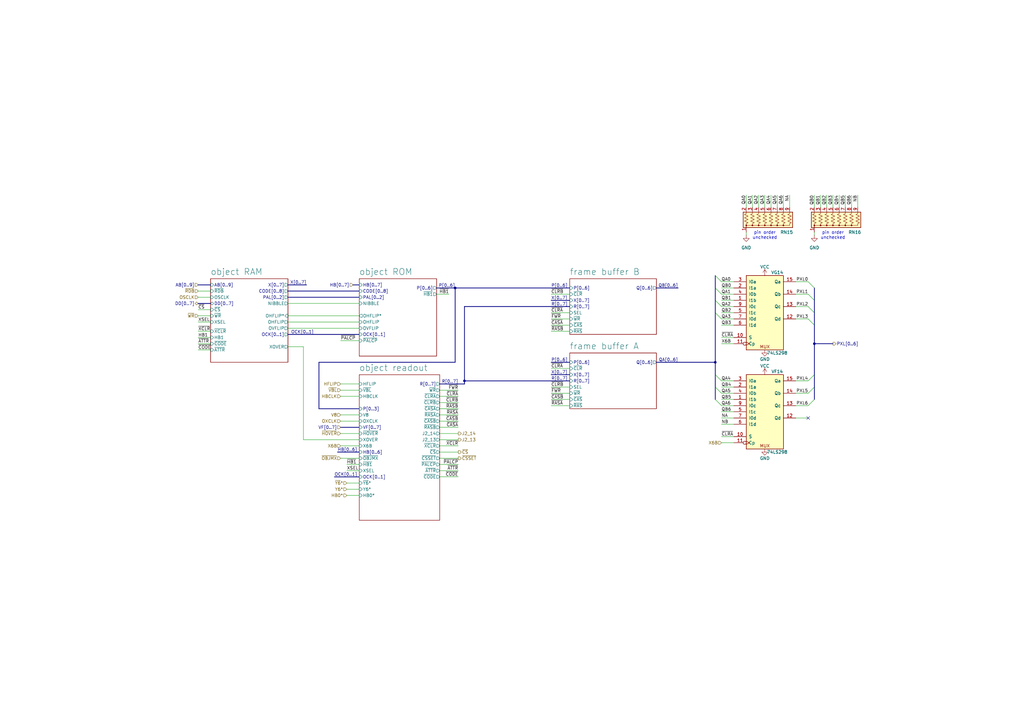
<source format=kicad_sch>
(kicad_sch (version 20231120) (generator "eeschema") (generator_version "8.0")
  (paper "A3")
  (title_block (title "Object Subsystem") (date "2024-10-12") (company "JOTEGO") (comment 1 "Jose Tejada"))
  (lib_symbols
    (symbol "Device:R_Network08_US" (pin_names (offset 0) hide)
      (property "Reference" "RN" (at -12.7 0 90))
      (property "Value" "R_Network08_US" (at 10.16 0 90))
      (symbol "R_Network08_US_0_1"
        (rectangle (start -11.43 -3.175) (end 8.89 3.175) (stroke (width 0.254)) (fill (type background)))
        (circle (center -10.16 2.286) (radius 0.254) (fill (type outline)))
        (circle (center -7.62 2.286) (radius 0.254) (fill (type outline)))
        (circle (center -5.08 2.286) (radius 0.254) (fill (type outline)))
        (circle (center -2.54 2.286) (radius 0.254) (fill (type outline)))
        (polyline (pts (xy -10.16 2.286) (xy 7.62 2.286)))
        (polyline (pts (xy -10.16 2.286) (xy -10.16 1.524) (xy -9.398 1.1684) (xy -10.922 0.508) (xy -9.398 -0.1524) (xy -10.922 -0.8382) (xy -9.398 -1.524) (xy -10.922 -2.1844) (xy -10.16 -2.54) (xy -10.16 -3.81)))
        (polyline (pts (xy -7.62 2.286) (xy -7.62 1.524) (xy -6.858 1.1684) (xy -8.382 0.508) (xy -6.858 -0.1524) (xy -8.382 -0.8382) (xy -6.858 -1.524) (xy -8.382 -2.1844) (xy -7.62 -2.54) (xy -7.62 -3.81)))
        (polyline (pts (xy -5.08 2.286) (xy -5.08 1.524) (xy -4.318 1.1684) (xy -5.842 0.508) (xy -4.318 -0.1524) (xy -5.842 -0.8382) (xy -4.318 -1.524) (xy -5.842 -2.1844) (xy -5.08 -2.54) (xy -5.08 -3.81)))
        (polyline (pts (xy -2.54 2.286) (xy -2.54 1.524) (xy -1.778 1.1684) (xy -3.302 0.508) (xy -1.778 -0.1524) (xy -3.302 -0.8382) (xy -1.778 -1.524) (xy -3.302 -2.1844) (xy -2.54 -2.54) (xy -2.54 -3.81)))
        (polyline (pts (xy 0 2.286) (xy 0 1.524) (xy 0.762 1.1684) (xy -0.762 0.508) (xy 0.762 -0.1524) (xy -0.762 -0.8382) (xy 0.762 -1.524) (xy -0.762 -2.1844) (xy 0 -2.54) (xy 0 -3.81)))
        (polyline (pts (xy 2.54 2.286) (xy 2.54 1.524) (xy 3.302 1.1684) (xy 1.778 0.508) (xy 3.302 -0.1524) (xy 1.778 -0.8382) (xy 3.302 -1.524) (xy 1.778 -2.1844) (xy 2.54 -2.54) (xy 2.54 -3.81)))
        (polyline (pts (xy 5.08 2.286) (xy 5.08 1.524) (xy 5.842 1.1684) (xy 4.318 0.508) (xy 5.842 -0.1524) (xy 4.318 -0.8382) (xy 5.842 -1.524) (xy 4.318 -2.1844) (xy 5.08 -2.54) (xy 5.08 -3.81)))
        (polyline (pts (xy 7.62 2.286) (xy 7.62 1.524) (xy 8.382 1.1684) (xy 6.858 0.508) (xy 8.382 -0.1524) (xy 6.858 -0.8382) (xy 8.382 -1.524) (xy 6.858 -2.1844) (xy 7.62 -2.54) (xy 7.62 -3.81)))
        (circle (center 0 2.286) (radius 0.254) (fill (type outline)))
        (circle (center 2.54 2.286) (radius 0.254) (fill (type outline)))
        (circle (center 5.08 2.286) (radius 0.254) (fill (type outline)))
      )
      (symbol "R_Network08_US_1_1"
        (pin passive line (at -10.16 5.08 270) (length 2.54) (name "common") (number "1"))
        (pin passive line (at -10.16 -5.08 90) (length 1.27) (name "R1") (number "2"))
        (pin passive line (at -7.62 -5.08 90) (length 1.27) (name "R2") (number "3"))
        (pin passive line (at -5.08 -5.08 90) (length 1.27) (name "R3") (number "4"))
        (pin passive line (at -2.54 -5.08 90) (length 1.27) (name "R4") (number "5"))
        (pin passive line (at 0 -5.08 90) (length 1.27) (name "R5") (number "6"))
        (pin passive line (at 2.54 -5.08 90) (length 1.27) (name "R6") (number "7"))
        (pin passive line (at 5.08 -5.08 90) (length 1.27) (name "R7") (number "8"))
        (pin passive line (at 7.62 -5.08 90) (length 1.27) (name "R8") (number "9"))
      )
    )
    (symbol "jt74:74LS298" (pin_names (offset 1.016))
      (property "Reference" "U" (at -7.62 16.51 0))
      (property "Value" "74LS298" (at -7.62 -16.51 0))
      (symbol "74LS298_1_0"
        (pin input line (at -12.7 5.08 0) (length 5.08) (name "I1b") (number "1"))
        (pin input line (at -12.7 -10.16 0) (length 5.08) (name "S") (number "10"))
        (pin input inverted_clock (at -12.7 -12.7 0) (length 5.08) (name "Cp") (number "11"))
        (pin output line (at 12.7 -2.54 180) (length 5.08) (name "Qd") (number "12"))
        (pin output line (at 12.7 2.54 180) (length 5.08) (name "Qc") (number "13"))
        (pin output line (at 12.7 7.62 180) (length 5.08) (name "Qb") (number "14"))
        (pin output line (at 12.7 12.7 180) (length 5.08) (name "Qa") (number "15"))
        (pin power_in line (at 0 15.24 270) (length 5.08) hide (name "VCC") (number "16"))
        (pin input line (at -12.7 10.16 0) (length 5.08) (name "I1a") (number "2"))
        (pin input line (at -12.7 12.7 0) (length 5.08) (name "I0a") (number "3"))
        (pin input line (at -12.7 7.62 0) (length 5.08) (name "I0b") (number "4"))
        (pin input line (at -12.7 0 0) (length 5.08) (name "I1c") (number "5"))
        (pin input line (at -12.7 -5.08 0) (length 5.08) (name "I1d") (number "6"))
        (pin input line (at -12.7 -2.54 0) (length 5.08) (name "I0d") (number "7"))
        (pin power_in line (at 0 -15.24 90) (length 5.08) hide (name "VSS") (number "8"))
        (pin input line (at -12.7 2.54 0) (length 5.08) (name "I0c") (number "9"))
      )
      (symbol "74LS298_1_1"
        (rectangle (start -7.62 15.24) (end 7.62 -15.24) (stroke (width 0.254)) (fill (type background)))
        (text "MUX" (at 0 -13.97 0) (effects (font (size 1.27 1.27))))
      )
    )
    (symbol "power:GND" (power) (pin_numbers hide) (pin_names (offset 0) hide)
      (property "Value" "GND" (at 0 -3.81 0))
      (symbol "GND_0_1"
        (polyline (pts (xy 0 0) (xy 0 -1.27) (xy 1.27 -1.27) (xy 0 -2.54) (xy -1.27 -1.27) (xy 0 -1.27)))
      )
      (symbol "GND_1_1"
        (pin power_in line (at 0 0 270) (length 0) (name "~") (number "1"))
      )
    )
    (symbol "power:VCC" (power) (pin_numbers hide) (pin_names (offset 0) hide)
      (property "Value" "VCC" (at 0 3.556 0))
      (symbol "VCC_0_1"
        (polyline (pts (xy -0.762 1.27) (xy 0 2.54)))
        (polyline (pts (xy 0 0) (xy 0 2.54)))
        (polyline (pts (xy 0 2.54) (xy 0.762 1.27)))
      )
      (symbol "VCC_1_1"
        (pin power_in line (at 0 0 90) (length 0) (name "~") (number "1"))
      )
    )
  )
  (junction (at 293.37 148.59))
  (junction (at 334.01 140.97))
  (junction (at 190.5 156.21))
  (junction (at 186.69 118.11))
  (no_connect (at 331.47 171.45))
  (bus_entry (at 293.37 128.27) (size 2.54 2.54))
  (bus_entry (at 293.37 113.03) (size 2.54 2.54))
  (bus_entry (at 293.37 153.67) (size 2.54 2.54))
  (bus_entry (at 331.47 115.57) (size 2.54 2.54))
  (bus_entry (at 293.37 158.75) (size 2.54 2.54))
  (bus_entry (at 331.47 120.65) (size 2.54 2.54))
  (bus_entry (at 331.47 125.73) (size 2.54 2.54))
  (bus_entry (at 331.47 161.29) (size 2.54 -2.54))
  (bus_entry (at 331.47 130.81) (size 2.54 2.54))
  (bus_entry (at 331.47 156.21) (size 2.54 -2.54))
  (bus_entry (at 331.47 166.37) (size 2.54 -2.54))
  (bus_entry (at 293.37 123.19) (size 2.54 2.54))
  (bus_entry (at 293.37 118.11) (size 2.54 2.54))
  (bus_entry (at 293.37 163.83) (size 2.54 2.54))
  (wire (pts (xy 180.34 175.26) (xy 187.96 175.26)))
  (wire (pts (xy 142.24 193.04) (xy 147.32 193.04)))
  (wire (pts (xy 86.36 143.51) (xy 81.28 143.51)))
  (wire (pts (xy 142.24 190.5) (xy 147.32 190.5)))
  (wire (pts (xy 142.24 203.2) (xy 147.32 203.2)))
  (wire (pts (xy 184.15 120.65) (xy 179.07 120.65)))
  (wire (pts (xy 339.09 80.01) (xy 339.09 85.09)))
  (bus (pts (xy 118.11 119.38) (xy 147.32 119.38)))
  (wire (pts (xy 295.91 173.99) (xy 300.99 173.99)))
  (bus (pts (xy 147.32 185.42) (xy 138.43 185.42)))
  (wire (pts (xy 124.46 180.34) (xy 147.32 180.34)))
  (bus (pts (xy 334.01 158.75) (xy 334.01 163.83)))
  (bus (pts (xy 118.11 137.16) (xy 147.32 137.16)))
  (bus (pts (xy 179.07 118.11) (xy 186.69 118.11)))
  (wire (pts (xy 226.06 133.35) (xy 233.68 133.35)))
  (bus (pts (xy 334.01 118.11) (xy 334.01 123.19)))
  (bus (pts (xy 190.5 125.73) (xy 233.68 125.73)))
  (wire (pts (xy 306.07 95.25) (xy 306.07 96.52)))
  (bus (pts (xy 186.69 118.11) (xy 186.69 148.59)))
  (wire (pts (xy 180.34 172.72) (xy 187.96 172.72)))
  (bus (pts (xy 190.5 156.21) (xy 190.5 157.48)))
  (wire (pts (xy 295.91 140.97) (xy 300.99 140.97)))
  (bus (pts (xy 130.81 148.59) (xy 130.81 167.64)))
  (wire (pts (xy 81.28 132.08) (xy 86.36 132.08)))
  (wire (pts (xy 326.39 120.65) (xy 331.47 120.65)))
  (wire (pts (xy 295.91 133.35) (xy 300.99 133.35)))
  (wire (pts (xy 180.34 180.34) (xy 187.96 180.34)))
  (wire (pts (xy 81.28 135.89) (xy 86.36 135.89)))
  (bus (pts (xy 269.24 118.11) (xy 278.13 118.11)))
  (wire (pts (xy 142.24 198.12) (xy 147.32 198.12)))
  (bus (pts (xy 81.28 116.84) (xy 86.36 116.84)))
  (wire (pts (xy 316.23 80.01) (xy 316.23 85.09)))
  (bus (pts (xy 144.78 116.84) (xy 147.32 116.84)))
  (wire (pts (xy 341.63 80.01) (xy 341.63 85.09)))
  (wire (pts (xy 118.11 129.54) (xy 147.32 129.54)))
  (wire (pts (xy 295.91 138.43) (xy 300.99 138.43)))
  (bus (pts (xy 226.06 123.19) (xy 233.68 123.19)))
  (wire (pts (xy 139.7 187.96) (xy 147.32 187.96)))
  (wire (pts (xy 180.34 162.56) (xy 187.96 162.56)))
  (wire (pts (xy 334.01 80.01) (xy 334.01 85.09)))
  (wire (pts (xy 86.36 140.97) (xy 81.28 140.97)))
  (wire (pts (xy 147.32 139.7) (xy 139.7 139.7)))
  (wire (pts (xy 295.91 179.07) (xy 300.99 179.07)))
  (wire (pts (xy 226.06 161.29) (xy 233.68 161.29)))
  (wire (pts (xy 139.7 157.48) (xy 147.32 157.48)))
  (wire (pts (xy 180.34 195.58) (xy 187.96 195.58)))
  (wire (pts (xy 295.91 156.21) (xy 300.99 156.21)))
  (wire (pts (xy 313.69 80.01) (xy 313.69 85.09)))
  (bus (pts (xy 334.01 123.19) (xy 334.01 128.27)))
  (wire (pts (xy 326.39 171.45) (xy 331.47 171.45)))
  (wire (pts (xy 295.91 120.65) (xy 300.99 120.65)))
  (wire (pts (xy 311.15 80.01) (xy 311.15 85.09)))
  (wire (pts (xy 295.91 123.19) (xy 300.99 123.19)))
  (bus (pts (xy 293.37 148.59) (xy 293.37 153.67)))
  (bus (pts (xy 293.37 153.67) (xy 293.37 158.75)))
  (wire (pts (xy 295.91 118.11) (xy 300.99 118.11)))
  (wire (pts (xy 226.06 130.81) (xy 233.68 130.81)))
  (bus (pts (xy 130.81 167.64) (xy 147.32 167.64)))
  (wire (pts (xy 180.34 190.5) (xy 187.96 190.5)))
  (wire (pts (xy 118.11 134.62) (xy 147.32 134.62)))
  (bus (pts (xy 334.01 140.97) (xy 334.01 153.67)))
  (wire (pts (xy 139.7 160.02) (xy 147.32 160.02)))
  (bus (pts (xy 293.37 128.27) (xy 293.37 148.59)))
  (wire (pts (xy 318.77 80.01) (xy 318.77 85.09)))
  (wire (pts (xy 334.01 95.25) (xy 334.01 96.52)))
  (wire (pts (xy 295.91 130.81) (xy 300.99 130.81)))
  (wire (pts (xy 139.7 162.56) (xy 147.32 162.56)))
  (bus (pts (xy 139.7 175.26) (xy 147.32 175.26)))
  (wire (pts (xy 81.28 129.54) (xy 86.36 129.54)))
  (wire (pts (xy 142.24 200.66) (xy 147.32 200.66)))
  (wire (pts (xy 295.91 128.27) (xy 300.99 128.27)))
  (bus (pts (xy 293.37 158.75) (xy 293.37 163.83)))
  (bus (pts (xy 269.24 148.59) (xy 293.37 148.59)))
  (bus (pts (xy 334.01 153.67) (xy 334.01 158.75)))
  (wire (pts (xy 306.07 80.01) (xy 306.07 85.09)))
  (wire (pts (xy 295.91 158.75) (xy 300.99 158.75)))
  (wire (pts (xy 344.17 80.01) (xy 344.17 85.09)))
  (wire (pts (xy 180.34 170.18) (xy 187.96 170.18)))
  (wire (pts (xy 180.34 193.04) (xy 187.96 193.04)))
  (wire (pts (xy 295.91 161.29) (xy 300.99 161.29)))
  (wire (pts (xy 81.28 138.43) (xy 86.36 138.43)))
  (bus (pts (xy 81.28 124.46) (xy 86.36 124.46)))
  (wire (pts (xy 336.55 80.01) (xy 336.55 85.09)))
  (wire (pts (xy 326.39 156.21) (xy 331.47 156.21)))
  (wire (pts (xy 351.79 80.01) (xy 351.79 85.09)))
  (bus (pts (xy 137.16 195.58) (xy 147.32 195.58)))
  (wire (pts (xy 233.68 158.75) (xy 226.06 158.75)))
  (bus (pts (xy 190.5 125.73) (xy 190.5 156.21)))
  (wire (pts (xy 226.06 135.89) (xy 233.68 135.89)))
  (wire (pts (xy 346.71 80.01) (xy 346.71 85.09)))
  (wire (pts (xy 226.06 163.83) (xy 233.68 163.83)))
  (wire (pts (xy 326.39 125.73) (xy 331.47 125.73)))
  (wire (pts (xy 124.46 142.24) (xy 124.46 180.34)))
  (wire (pts (xy 295.91 181.61) (xy 300.99 181.61)))
  (bus (pts (xy 293.37 118.11) (xy 293.37 123.19)))
  (wire (pts (xy 308.61 80.01) (xy 308.61 85.09)))
  (bus (pts (xy 293.37 113.03) (xy 293.37 118.11)))
  (bus (pts (xy 334.01 140.97) (xy 341.63 140.97)))
  (wire (pts (xy 349.25 80.01) (xy 349.25 85.09)))
  (wire (pts (xy 180.34 165.1) (xy 187.96 165.1)))
  (bus (pts (xy 226.06 153.67) (xy 233.68 153.67)))
  (wire (pts (xy 118.11 142.24) (xy 124.46 142.24)))
  (bus (pts (xy 186.69 148.59) (xy 130.81 148.59)))
  (bus (pts (xy 226.06 148.59) (xy 233.68 148.59)))
  (wire (pts (xy 180.34 187.96) (xy 187.96 187.96)))
  (wire (pts (xy 226.06 166.37) (xy 233.68 166.37)))
  (wire (pts (xy 118.11 132.08) (xy 147.32 132.08)))
  (wire (pts (xy 118.11 124.46) (xy 147.32 124.46)))
  (wire (pts (xy 321.31 80.01) (xy 321.31 85.09)))
  (wire (pts (xy 233.68 151.13) (xy 226.06 151.13)))
  (wire (pts (xy 233.68 120.65) (xy 226.06 120.65)))
  (bus (pts (xy 334.01 133.35) (xy 334.01 140.97)))
  (wire (pts (xy 139.7 170.18) (xy 147.32 170.18)))
  (wire (pts (xy 326.39 166.37) (xy 331.47 166.37)))
  (wire (pts (xy 326.39 130.81) (xy 331.47 130.81)))
  (bus (pts (xy 293.37 123.19) (xy 293.37 128.27)))
  (wire (pts (xy 180.34 160.02) (xy 187.96 160.02)))
  (wire (pts (xy 226.06 128.27) (xy 233.68 128.27)))
  (wire (pts (xy 180.34 177.8) (xy 187.96 177.8)))
  (wire (pts (xy 139.7 172.72) (xy 147.32 172.72)))
  (wire (pts (xy 295.91 171.45) (xy 300.99 171.45)))
  (wire (pts (xy 180.34 185.42) (xy 187.96 185.42)))
  (wire (pts (xy 139.7 177.8) (xy 147.32 177.8)))
  (bus (pts (xy 118.11 116.84) (xy 125.73 116.84)))
  (wire (pts (xy 295.91 168.91) (xy 300.99 168.91)))
  (bus (pts (xy 186.69 118.11) (xy 233.68 118.11)))
  (wire (pts (xy 81.28 119.38) (xy 86.36 119.38)))
  (wire (pts (xy 295.91 163.83) (xy 300.99 163.83)))
  (wire (pts (xy 81.28 127) (xy 86.36 127)))
  (wire (pts (xy 180.34 182.88) (xy 187.96 182.88)))
  (wire (pts (xy 295.91 125.73) (xy 300.99 125.73)))
  (wire (pts (xy 295.91 115.57) (xy 300.99 115.57)))
  (bus (pts (xy 180.34 157.48) (xy 190.5 157.48)))
  (bus (pts (xy 190.5 156.21) (xy 233.68 156.21)))
  (wire (pts (xy 295.91 166.37) (xy 300.99 166.37)))
  (wire (pts (xy 323.85 80.01) (xy 323.85 85.09)))
  (bus (pts (xy 118.11 121.92) (xy 147.32 121.92)))
  (bus (pts (xy 334.01 128.27) (xy 334.01 133.35)))
  (wire (pts (xy 81.28 121.92) (xy 86.36 121.92)))
  (wire (pts (xy 326.39 161.29) (xy 331.47 161.29)))
  (wire (pts (xy 326.39 115.57) (xy 331.47 115.57)))
  (wire (pts (xy 139.7 182.88) (xy 147.32 182.88)))
  (wire (pts (xy 180.34 167.64) (xy 187.96 167.64)))
  (text "pin order\nunchecked" (at 313.69 96.52 0) (effects (font (size 1.27 1.27))))
  (text "pin order\nunchecked" (at 341.63 96.52 0) (effects (font (size 1.27 1.27))))
  (label "P[0..6]" (at 186.69 118.11 180))
  (label "~{RASA}" (at 187.96 170.18 180))
  (label "PXL4" (at 331.47 156.21 180))
  (label "~{CASB}" (at 226.06 163.83 0))
  (label "QA2" (at 311.15 80.01 270))
  (label "OCK[0..1]" (at 119.38 137.16 0))
  (label "QA0" (at 295.91 115.57 0))
  (label "~{CLRB}" (at 226.06 120.65 0))
  (label "QA1" (at 295.91 120.65 0))
  (label "~{CASB}" (at 187.96 172.72 180))
  (label "~{CASA}" (at 226.06 133.35 0))
  (label "NB" (at 295.91 173.99 0))
  (label "~{CLRA}" (at 226.06 151.13 0))
  (label "QB5" (at 346.71 80.01 270))
  (label "~{CS}" (at 81.28 127 0))
  (label "~{FWR}" (at 226.06 130.81 0))
  (label "QB[0..6]" (at 278.13 118.11 180))
  (label "QA5" (at 295.91 161.29 0))
  (label "~{HB1}" (at 184.15 120.65 180))
  (label "~{HB1}" (at 142.24 190.5 0))
  (label "~{ATTR}" (at 187.96 193.04 180))
  (label "QA2" (at 295.91 125.73 0))
  (label "~{CLRA}" (at 295.91 138.43 0))
  (label "R[0..7]" (at 226.06 156.21 0))
  (label "~{RASB}" (at 226.06 135.89 0))
  (label "~{ATTR}" (at 81.28 140.97 0))
  (label "X6B" (at 295.91 140.97 0))
  (label "~{CLRA}" (at 295.91 179.07 0))
  (label "QA4" (at 295.91 156.21 0))
  (label "QB4" (at 344.17 80.01 270))
  (label "HB1" (at 81.28 138.43 0))
  (label "R[0..7]" (at 226.06 125.73 0))
  (label "QB0" (at 295.91 118.11 0))
  (label "~{RASB}" (at 187.96 167.64 180))
  (label "QB1" (at 336.55 80.01 270))
  (label "XSEL" (at 81.28 132.08 0))
  (label "R[0..7]" (at 187.96 157.48 180))
  (label "~{XCLR}" (at 81.28 135.89 0))
  (label "HB[0..6]" (at 138.43 185.42 0))
  (label "QA5" (at 318.77 80.01 270))
  (label "QB6" (at 295.91 168.91 0))
  (label "~{CLRA}" (at 226.06 128.27 0))
  (label "QA[0..6]" (at 278.13 148.59 180))
  (label "QA6" (at 295.91 166.37 0))
  (label "QB3" (at 295.91 133.35 0))
  (label "QB1" (at 295.91 123.19 0))
  (label "~{PALCP}" (at 187.96 190.5 180))
  (label "NB" (at 351.79 80.01 270))
  (label "~{FWR}" (at 226.06 161.29 0))
  (label "X[0..7]" (at 125.73 116.84 180))
  (label "PXL6" (at 331.47 166.37 180))
  (label "QA6" (at 321.31 80.01 270))
  (label "~{CODE}" (at 187.96 195.58 180))
  (label "P[0..6]" (at 226.06 118.11 0))
  (label "PXL5" (at 331.47 161.29 180))
  (label "PXL0" (at 331.47 115.57 180))
  (label "NA" (at 295.91 171.45 0))
  (label "XSEL" (at 142.24 193.04 0))
  (label "QB3" (at 341.63 80.01 270))
  (label "QA4" (at 316.23 80.01 270))
  (label "QB0" (at 334.01 80.01 270))
  (label "PXL2" (at 331.47 125.73 180))
  (label "QB4" (at 295.91 158.75 0))
  (label "PXL1" (at 331.47 120.65 180))
  (label "~{FWR}" (at 187.96 160.02 180))
  (label "~{CASA}" (at 187.96 175.26 180))
  (label "OCK[0..1]" (at 137.16 195.58 0))
  (label "QB2" (at 339.09 80.01 270))
  (label "QA0" (at 306.07 80.01 270))
  (label "~{RASA}" (at 226.06 166.37 0))
  (label "PXL3" (at 331.47 130.81 180))
  (label "~{XCLR}" (at 187.96 182.88 180))
  (label "X[0..7]" (at 226.06 153.67 0))
  (label "QA1" (at 308.61 80.01 270))
  (label "NA" (at 323.85 80.01 270))
  (label "~{CLRA}" (at 187.96 162.56 180))
  (label "QB6" (at 349.25 80.01 270))
  (label "~{CLRB}" (at 226.06 158.75 0))
  (label "QB2" (at 295.91 128.27 0))
  (label "QB5" (at 295.91 163.83 0))
  (label "X[0..7]" (at 226.06 123.19 0))
  (label "P[0..6]" (at 226.06 148.59 0))
  (label "QA3" (at 313.69 80.01 270))
  (label "QA3" (at 295.91 130.81 0))
  (label "~{PALCP}" (at 139.7 139.7 0))
  (label "~{CODE}" (at 81.28 143.51 0))
  (label "~{CLRB}" (at 187.96 165.1 180))
  (hierarchical_label "~{Y6}*" (shape input) (at 142.24 198.12 180))
  (hierarchical_label "~{WR}" (shape input) (at 81.28 129.54 180))
  (hierarchical_label "OSCLK" (shape input) (at 81.28 121.92 180))
  (hierarchical_label "HFLIP" (shape input) (at 139.7 157.48 180))
  (hierarchical_label "~{RDB}" (shape input) (at 81.28 119.38 180))
  (hierarchical_label "PXL[0..6]" (shape output) (at 341.63 140.97 0))
  (hierarchical_label "DD[0..7]" (shape bidirectional) (at 81.28 124.46 180))
  (hierarchical_label "HB[0..7]" (shape input) (at 144.78 116.84 180))
  (hierarchical_label "AB[0..9]" (shape input) (at 81.28 116.84 180))
  (hierarchical_label "J2_14" (shape output) (at 187.96 177.8 0))
  (hierarchical_label "~{HOVER}" (shape input) (at 139.7 177.8 180))
  (hierarchical_label "HBCLK" (shape input) (at 139.7 162.56 180))
  (hierarchical_label "HB0*" (shape input) (at 142.24 203.2 180))
  (hierarchical_label "~{CSSET}" (shape output) (at 187.96 187.96 0))
  (hierarchical_label "OXCLK" (shape input) (at 139.7 172.72 180))
  (hierarchical_label "~{OBJMX}" (shape input) (at 139.7 187.96 180))
  (hierarchical_label "~{CS}" (shape output) (at 187.96 185.42 0))
  (hierarchical_label "VF[0..7]" (shape input) (at 139.7 175.26 180))
  (hierarchical_label "Y6*" (shape input) (at 142.24 200.66 180))
  (hierarchical_label "X6B" (shape input) (at 139.7 182.88 180))
  (hierarchical_label "V8" (shape input) (at 139.7 170.18 180))
  (hierarchical_label "J2_13" (shape output) (at 187.96 180.34 0))
  (hierarchical_label "X6B" (shape input) (at 295.91 181.61 180))
  (hierarchical_label "~{VBL}" (shape input) (at 139.7 160.02 180))
  (symbol (lib_id "Device:R_Network08_US") (at 316.23 90.17 0) (mirror x) (unit 1)
    (property "Reference" "RN15" (at 320.04 95.25 0) (effects (justify left)))
    (property "Value" "R_Network08_US" (effects (hide yes)))
    (property "Footprint" "Resistor_THT:R_Array_SIP9" (effects (hide yes)))
    (property "Datasheet" "http://www.vishay.com/docs/31509/csc.pdf" (effects (hide yes)))
    (property "Description" "8 resistor network, star topology, bussed resistors, small US symbol" (effects (hide yes)))
  )
  (symbol (lib_id "power:GND") (at 306.07 96.52 0) (unit 1)
    (property "Reference" "#PWR09" (effects (hide yes)))
    (property "Value" "GND" (at 306.07 101.6 0))
    (property "Description" "Power symbol creates a global label with name \"GND\" , ground" (effects (hide yes)))
  )
  (symbol (lib_id "power:GND") (at 313.69 143.51 0) (unit 1)
    (property "Reference" "#PWR091" (effects (hide yes)))
    (property "Value" "GND" (at 313.69 147.32 0))
    (property "Description" "Power symbol creates a global label with name \"GND\" , ground" (effects (hide yes)))
  )
  (symbol (lib_id "power:VCC") (at 313.69 113.03 0) (unit 1)
    (property "Reference" "#PWR089" (effects (hide yes)))
    (property "Value" "VCC" (at 313.69 109.474 0))
    (property "Description" "Power symbol creates a global label with name \"VCC\"" (effects (hide yes)))
  )
  (symbol (lib_id "power:VCC") (at 313.69 153.67 0) (unit 1)
    (property "Reference" "#PWR092" (effects (hide yes)))
    (property "Value" "VCC" (at 313.69 150.114 0))
    (property "Description" "Power symbol creates a global label with name \"VCC\"" (effects (hide yes)))
  )
  (symbol (lib_id "jt74:74LS298") (at 313.69 168.91 0) (unit 1)
    (property "Reference" "VF14" (at 318.77 152.4 0))
    (property "Value" "74LS298" (at 318.77 185.42 0))
    (property "Datasheet" "http://www.ti.com/lit/gpn/sn74LS298" (effects (hide yes)))
    (property "Description" "Quad 2 to 1 multiplexer with storage" (effects (hide yes)))
  )
  (symbol (lib_id "power:GND") (at 313.69 184.15 0) (unit 1)
    (property "Reference" "#PWR090" (effects (hide yes)))
    (property "Value" "GND" (at 313.69 187.96 0))
    (property "Description" "Power symbol creates a global label with name \"GND\" , ground" (effects (hide yes)))
  )
  (symbol (lib_id "jt74:74LS298") (at 313.69 128.27 0) (unit 1)
    (property "Reference" "VG14" (at 318.77 111.76 0))
    (property "Value" "74LS298" (at 318.77 144.78 0))
    (property "Datasheet" "http://www.ti.com/lit/gpn/sn74LS298" (effects (hide yes)))
    (property "Description" "Quad 2 to 1 multiplexer with storage" (effects (hide yes)))
  )
  (symbol (lib_id "power:GND") (at 334.01 96.52 0) (unit 1)
    (property "Reference" "#PWR010" (effects (hide yes)))
    (property "Value" "GND" (at 334.01 101.6 0))
    (property "Description" "Power symbol creates a global label with name \"GND\" , ground" (effects (hide yes)))
  )
  (symbol (lib_id "Device:R_Network08_US") (at 344.17 90.17 0) (mirror x) (unit 1)
    (property "Reference" "RN16" (at 347.98 95.25 0) (effects (justify left)))
    (property "Value" "R_Network08_US" (effects (hide yes)))
    (property "Footprint" "Resistor_THT:R_Array_SIP9" (effects (hide yes)))
    (property "Datasheet" "http://www.vishay.com/docs/31509/csc.pdf" (effects (hide yes)))
    (property "Description" "8 resistor network, star topology, bussed resistors, small US symbol" (effects (hide yes)))
  )
  (sheet (at 233.68 114.3) (size 35.56 22.86) (stroke (width 0.1524))
    (property "Sheetname" "frame buffer B" (at 233.68 112.9534 0) (effects (font (size 2.54 2.54)) (justify left bottom)))
    (property "Sheetfile" "buffer.kicad_sch" (effects (hide yes)))
    (pin "Q[0..6]" output (at 269.24 118.11 0))
    (pin "P[0..6]" input (at 233.68 118.11 180))
    (pin "~{CLR}" input (at 233.68 120.65 180))
    (pin "X[0..7]" input (at 233.68 123.19 180))
    (pin "SEL" input (at 233.68 128.27 180))
    (pin "R[0..7]" input (at 233.68 125.73 180))
    (pin "~{WR}" input (at 233.68 130.81 180))
    (pin "~{CAS}" input (at 233.68 133.35 180))
    (pin "~{RAS}" input (at 233.68 135.89 180))
  )
  (sheet (at 147.32 114.3) (size 31.75 31.75) (stroke (width 0.1524))
    (property "Sheetname" "object ROM" (at 147.32 112.9534 0) (effects (font (size 2.54 2.54)) (justify left bottom)))
    (property "Sheetfile" "objrom.kicad_sch" (effects (hide yes)))
    (pin "P[0..6]" output (at 179.07 118.11 0))
    (pin "CODE[0..8]" input (at 147.32 119.38 180))
    (pin "NIBBLE" input (at 147.32 124.46 180))
    (pin "PAL[0..2]" input (at 147.32 121.92 180))
    (pin "OHFLIP*" output (at 147.32 129.54 180))
    (pin "OHFLIP" input (at 147.32 132.08 180))
    (pin "OCK[0..1]" input (at 147.32 137.16 180))
    (pin "OVFLIP" input (at 147.32 134.62 180))
    (pin "HB[0..7]" input (at 147.32 116.84 180))
    (pin "~{HB1}" output (at 179.07 120.65 0))
    (pin "~{PALCP}" input (at 147.32 139.7 180))
  )
  (sheet (at 147.32 153.67) (size 33.02 59.69) (stroke (width 0.1524))
    (property "Sheetname" "object readout" (at 147.32 152.3234 0) (effects (font (size 2.54 2.54)) (justify left bottom)))
    (property "Sheetfile" "objread.kicad_sch" (effects (hide yes)))
    (pin "R[0..7]" output (at 180.34 157.48 0))
    (pin "~{VBL}" input (at 147.32 160.02 180))
    (pin "HBCLK" input (at 147.32 162.56 180))
    (pin "~{WR}" output (at 180.34 160.02 0))
    (pin "~{CLRA}" output (at 180.34 162.56 0))
    (pin "~{CLRB}" output (at 180.34 165.1 0))
    (pin "~{CASA}" output (at 180.34 167.64 0))
    (pin "~{CASB}" output (at 180.34 172.72 0))
    (pin "~{RASA}" output (at 180.34 170.18 0))
    (pin "~{RASB}" output (at 180.34 175.26 0))
    (pin "P[0..3]" input (at 147.32 167.64 180))
    (pin "V8" input (at 147.32 170.18 180))
    (pin "OXCLK" input (at 147.32 172.72 180))
    (pin "HFLIP" input (at 147.32 157.48 180))
    (pin "VF[0..7]" input (at 147.32 175.26 180))
    (pin "~{HOVER}" input (at 147.32 177.8 180))
    (pin "XOVER" input (at 147.32 180.34 180))
    (pin "X6B" input (at 147.32 182.88 180))
    (pin "HB[0..6]" input (at 147.32 185.42 180))
    (pin "J2_14" output (at 180.34 177.8 0))
    (pin "J2_13" output (at 180.34 180.34 0))
    (pin "XSEL" input (at 147.32 193.04 180))
    (pin "~{XCLR}" output (at 180.34 182.88 0))
    (pin "~{CS}" output (at 180.34 185.42 0))
    (pin "~{OBJMX}" input (at 147.32 187.96 180))
    (pin "~{CSSET}" output (at 180.34 187.96 0))
    (pin "~{HB1}" input (at 147.32 190.5 180))
    (pin "~{PALCP}" output (at 180.34 190.5 0))
    (pin "~{ATTR}" output (at 180.34 193.04 0))
    (pin "~{CODE}" output (at 180.34 195.58 0))
    (pin "OCK[0..1]" input (at 147.32 195.58 180))
    (pin "~{Y6}*" input (at 147.32 198.12 180))
    (pin "HB0*" input (at 147.32 203.2 180))
    (pin "Y6*" input (at 147.32 200.66 180))
  )
  (sheet (at 86.36 114.3) (size 31.75 34.29) (stroke (width 0.1524))
    (property "Sheetname" "object RAM" (at 86.36 112.9534 0) (effects (font (size 2.54 2.54)) (justify left bottom)))
    (property "Sheetfile" "objram.kicad_sch" (effects (hide yes)))
    (pin "X[0..7]" output (at 118.11 116.84 0))
    (pin "~{RDB}" input (at 86.36 119.38 180))
    (pin "AB[0..9]" input (at 86.36 116.84 180))
    (pin "OSCLK" input (at 86.36 121.92 180))
    (pin "CODE[0..8]" output (at 118.11 119.38 0))
    (pin "DD[0..7]" bidirectional (at 86.36 124.46 180))
    (pin "NIBBLE" output (at 118.11 124.46 0))
    (pin "~{CS}" input (at 86.36 127 180))
    (pin "~{WR}" input (at 86.36 129.54 180))
    (pin "PAL[0..2]" output (at 118.11 121.92 0))
    (pin "XOVER" output (at 118.11 142.24 0))
    (pin "XSEL" input (at 86.36 132.08 180))
    (pin "~{XCLR}" input (at 86.36 135.89 180))
    (pin "OHFLIP*" input (at 118.11 129.54 0))
    (pin "OVFLIP" output (at 118.11 134.62 0))
    (pin "OHFLIP" output (at 118.11 132.08 0))
    (pin "OCK[0..1]" output (at 118.11 137.16 0))
    (pin "HB1" input (at 86.36 138.43 180))
    (pin "~{CODE}" input (at 86.36 140.97 180))
    (pin "~{ATTR}" input (at 86.36 143.51 180))
  )
  (sheet (at 233.68 144.78) (size 35.56 22.86) (stroke (width 0.1524))
    (property "Sheetname" "frame buffer A" (at 233.68 143.4334 0) (effects (font (size 2.54 2.54)) (justify left bottom)))
    (property "Sheetfile" "buffer.kicad_sch" (effects (hide yes)))
    (pin "P[0..6]" input (at 233.68 148.59 180))
    (pin "~{CLR}" input (at 233.68 151.13 180))
    (pin "X[0..7]" input (at 233.68 153.67 180))
    (pin "R[0..7]" input (at 233.68 156.21 180))
    (pin "SEL" input (at 233.68 158.75 180))
    (pin "~{WR}" input (at 233.68 161.29 180))
    (pin "~{CAS}" input (at 233.68 163.83 180))
    (pin "~{RAS}" input (at 233.68 166.37 180))
    (pin "Q[0..6]" output (at 269.24 148.59 0))
  )
)
</source>
